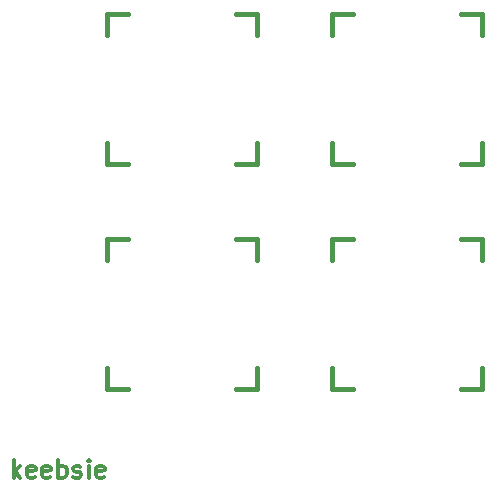
<source format=gto>
%TF.GenerationSoftware,KiCad,Pcbnew,(5.1.6)-1*%
%TF.CreationDate,2020-08-17T19:43:53-04:00*%
%TF.ProjectId,keeb_v1,6b656562-5f76-4312-9e6b-696361645f70,rev?*%
%TF.SameCoordinates,Original*%
%TF.FileFunction,Legend,Top*%
%TF.FilePolarity,Positive*%
%FSLAX46Y46*%
G04 Gerber Fmt 4.6, Leading zero omitted, Abs format (unit mm)*
G04 Created by KiCad (PCBNEW (5.1.6)-1) date 2020-08-17 19:43:53*
%MOMM*%
%LPD*%
G01*
G04 APERTURE LIST*
%ADD10C,0.300000*%
%ADD11C,0.381000*%
G04 APERTURE END LIST*
D10*
X72124571Y-137076571D02*
X72124571Y-135576571D01*
X72267428Y-136505142D02*
X72696000Y-137076571D01*
X72696000Y-136076571D02*
X72124571Y-136648000D01*
X73910285Y-137005142D02*
X73767428Y-137076571D01*
X73481714Y-137076571D01*
X73338857Y-137005142D01*
X73267428Y-136862285D01*
X73267428Y-136290857D01*
X73338857Y-136148000D01*
X73481714Y-136076571D01*
X73767428Y-136076571D01*
X73910285Y-136148000D01*
X73981714Y-136290857D01*
X73981714Y-136433714D01*
X73267428Y-136576571D01*
X75196000Y-137005142D02*
X75053142Y-137076571D01*
X74767428Y-137076571D01*
X74624571Y-137005142D01*
X74553142Y-136862285D01*
X74553142Y-136290857D01*
X74624571Y-136148000D01*
X74767428Y-136076571D01*
X75053142Y-136076571D01*
X75196000Y-136148000D01*
X75267428Y-136290857D01*
X75267428Y-136433714D01*
X74553142Y-136576571D01*
X75910285Y-137076571D02*
X75910285Y-135576571D01*
X75910285Y-136148000D02*
X76053142Y-136076571D01*
X76338857Y-136076571D01*
X76481714Y-136148000D01*
X76553142Y-136219428D01*
X76624571Y-136362285D01*
X76624571Y-136790857D01*
X76553142Y-136933714D01*
X76481714Y-137005142D01*
X76338857Y-137076571D01*
X76053142Y-137076571D01*
X75910285Y-137005142D01*
X77196000Y-137005142D02*
X77338857Y-137076571D01*
X77624571Y-137076571D01*
X77767428Y-137005142D01*
X77838857Y-136862285D01*
X77838857Y-136790857D01*
X77767428Y-136648000D01*
X77624571Y-136576571D01*
X77410285Y-136576571D01*
X77267428Y-136505142D01*
X77196000Y-136362285D01*
X77196000Y-136290857D01*
X77267428Y-136148000D01*
X77410285Y-136076571D01*
X77624571Y-136076571D01*
X77767428Y-136148000D01*
X78481714Y-137076571D02*
X78481714Y-136076571D01*
X78481714Y-135576571D02*
X78410285Y-135648000D01*
X78481714Y-135719428D01*
X78553142Y-135648000D01*
X78481714Y-135576571D01*
X78481714Y-135719428D01*
X79767428Y-137005142D02*
X79624571Y-137076571D01*
X79338857Y-137076571D01*
X79196000Y-137005142D01*
X79124571Y-136862285D01*
X79124571Y-136290857D01*
X79196000Y-136148000D01*
X79338857Y-136076571D01*
X79624571Y-136076571D01*
X79767428Y-136148000D01*
X79838857Y-136290857D01*
X79838857Y-136433714D01*
X79124571Y-136576571D01*
D11*
%TO.C,K3*%
X99060000Y-97790000D02*
X100838000Y-97790000D01*
X109982000Y-97790000D02*
X111760000Y-97790000D01*
X111760000Y-97790000D02*
X111760000Y-99568000D01*
X111760000Y-108712000D02*
X111760000Y-110490000D01*
X111760000Y-110490000D02*
X109982000Y-110490000D01*
X100838000Y-110490000D02*
X99060000Y-110490000D01*
X99060000Y-110490000D02*
X99060000Y-108712000D01*
X99060000Y-99568000D02*
X99060000Y-97790000D01*
%TO.C,K1*%
X80010000Y-99568000D02*
X80010000Y-97790000D01*
X80010000Y-110490000D02*
X80010000Y-108712000D01*
X81788000Y-110490000D02*
X80010000Y-110490000D01*
X92710000Y-110490000D02*
X90932000Y-110490000D01*
X92710000Y-108712000D02*
X92710000Y-110490000D01*
X92710000Y-97790000D02*
X92710000Y-99568000D01*
X90932000Y-97790000D02*
X92710000Y-97790000D01*
X80010000Y-97790000D02*
X81788000Y-97790000D01*
%TO.C,K2*%
X80010000Y-118618000D02*
X80010000Y-116840000D01*
X80010000Y-129540000D02*
X80010000Y-127762000D01*
X81788000Y-129540000D02*
X80010000Y-129540000D01*
X92710000Y-129540000D02*
X90932000Y-129540000D01*
X92710000Y-127762000D02*
X92710000Y-129540000D01*
X92710000Y-116840000D02*
X92710000Y-118618000D01*
X90932000Y-116840000D02*
X92710000Y-116840000D01*
X80010000Y-116840000D02*
X81788000Y-116840000D01*
%TO.C,K4*%
X99060000Y-116840000D02*
X100838000Y-116840000D01*
X109982000Y-116840000D02*
X111760000Y-116840000D01*
X111760000Y-116840000D02*
X111760000Y-118618000D01*
X111760000Y-127762000D02*
X111760000Y-129540000D01*
X111760000Y-129540000D02*
X109982000Y-129540000D01*
X100838000Y-129540000D02*
X99060000Y-129540000D01*
X99060000Y-129540000D02*
X99060000Y-127762000D01*
X99060000Y-118618000D02*
X99060000Y-116840000D01*
%TD*%
M02*

</source>
